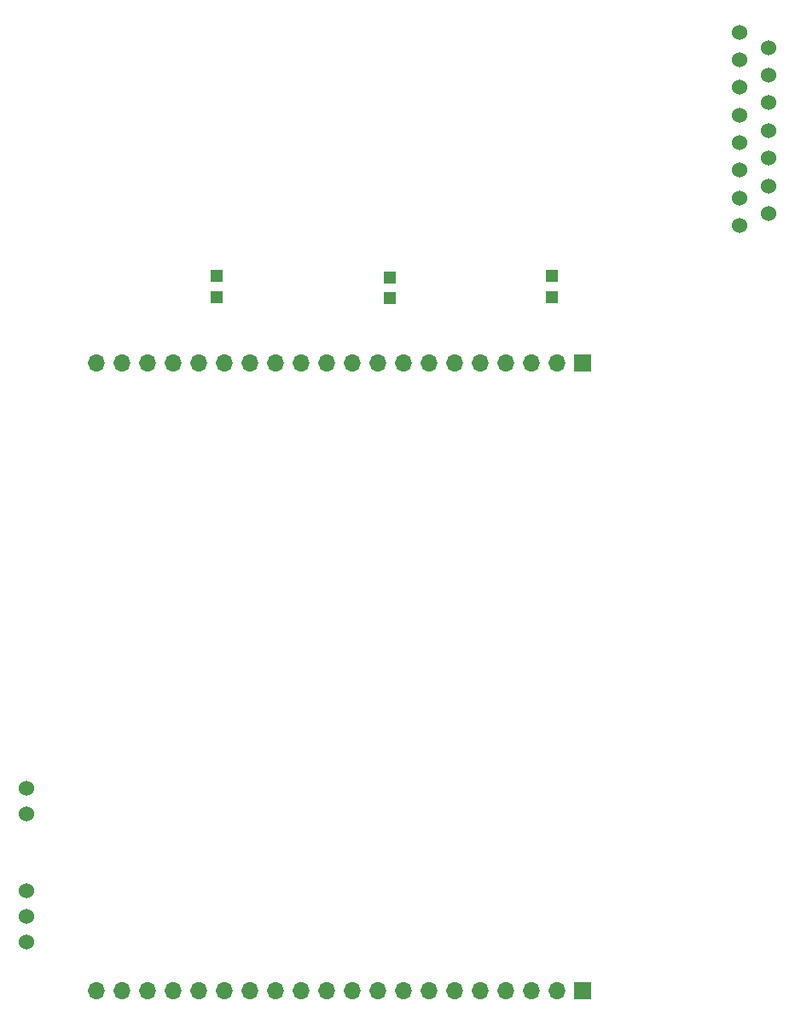
<source format=gbr>
%TF.GenerationSoftware,KiCad,Pcbnew,(5.1.8-0-10_14)*%
%TF.CreationDate,2021-04-23T13:19:29-04:00*%
%TF.ProjectId,Data Collection Shield for Chest Strap Assembly,44617461-2043-46f6-9c6c-656374696f6e,rev?*%
%TF.SameCoordinates,Original*%
%TF.FileFunction,Soldermask,Bot*%
%TF.FilePolarity,Negative*%
%FSLAX46Y46*%
G04 Gerber Fmt 4.6, Leading zero omitted, Abs format (unit mm)*
G04 Created by KiCad (PCBNEW (5.1.8-0-10_14)) date 2021-04-23 13:19:29*
%MOMM*%
%LPD*%
G01*
G04 APERTURE LIST*
%ADD10C,1.524000*%
%ADD11O,1.700000X1.700000*%
%ADD12R,1.700000X1.700000*%
%ADD13R,1.200000X1.200000*%
G04 APERTURE END LIST*
D10*
%TO.C,J1*%
X177926000Y-49981000D03*
X177926000Y-52721000D03*
X177926000Y-55461000D03*
X177926000Y-58201000D03*
X177926000Y-60941000D03*
X177926000Y-63681000D03*
X177926000Y-66421000D03*
X175086000Y-48449000D03*
X175086000Y-51189000D03*
X175086000Y-53929000D03*
X175086000Y-56669000D03*
X175086000Y-59409000D03*
X175086000Y-62149000D03*
X175086000Y-64889000D03*
X175086000Y-67629000D03*
%TD*%
%TO.C,U3*%
X104316000Y-138684000D03*
X104316000Y-136144000D03*
X104316000Y-133604000D03*
X104316000Y-125984000D03*
X104316000Y-123444000D03*
%TD*%
D11*
%TO.C,U8*%
X111252000Y-143510000D03*
X113792000Y-143510000D03*
X116332000Y-143510000D03*
X118872000Y-143510000D03*
X121412000Y-143510000D03*
X123952000Y-143510000D03*
X126492000Y-143510000D03*
X129032000Y-143510000D03*
X131572000Y-143510000D03*
X134112000Y-143510000D03*
X136652000Y-143510000D03*
X139192000Y-143510000D03*
X141732000Y-143510000D03*
X144272000Y-143510000D03*
X146812000Y-143510000D03*
X149352000Y-143510000D03*
X151892000Y-143510000D03*
X154432000Y-143510000D03*
X156972000Y-143510000D03*
D12*
X159512000Y-143510000D03*
%TD*%
D13*
%TO.C,C20*%
X140335000Y-74837000D03*
X140335000Y-72737000D03*
%TD*%
%TO.C,C21*%
X123190000Y-74710000D03*
X123190000Y-72610000D03*
%TD*%
%TO.C,C22*%
X156464000Y-74710000D03*
X156464000Y-72610000D03*
%TD*%
D11*
%TO.C,U10*%
X111252000Y-81280000D03*
X113792000Y-81280000D03*
X116332000Y-81280000D03*
X118872000Y-81280000D03*
X121412000Y-81280000D03*
X123952000Y-81280000D03*
X126492000Y-81280000D03*
X129032000Y-81280000D03*
X131572000Y-81280000D03*
X134112000Y-81280000D03*
X136652000Y-81280000D03*
X139192000Y-81280000D03*
X141732000Y-81280000D03*
X144272000Y-81280000D03*
X146812000Y-81280000D03*
X149352000Y-81280000D03*
X151892000Y-81280000D03*
X154432000Y-81280000D03*
X156972000Y-81280000D03*
D12*
X159512000Y-81280000D03*
%TD*%
M02*

</source>
